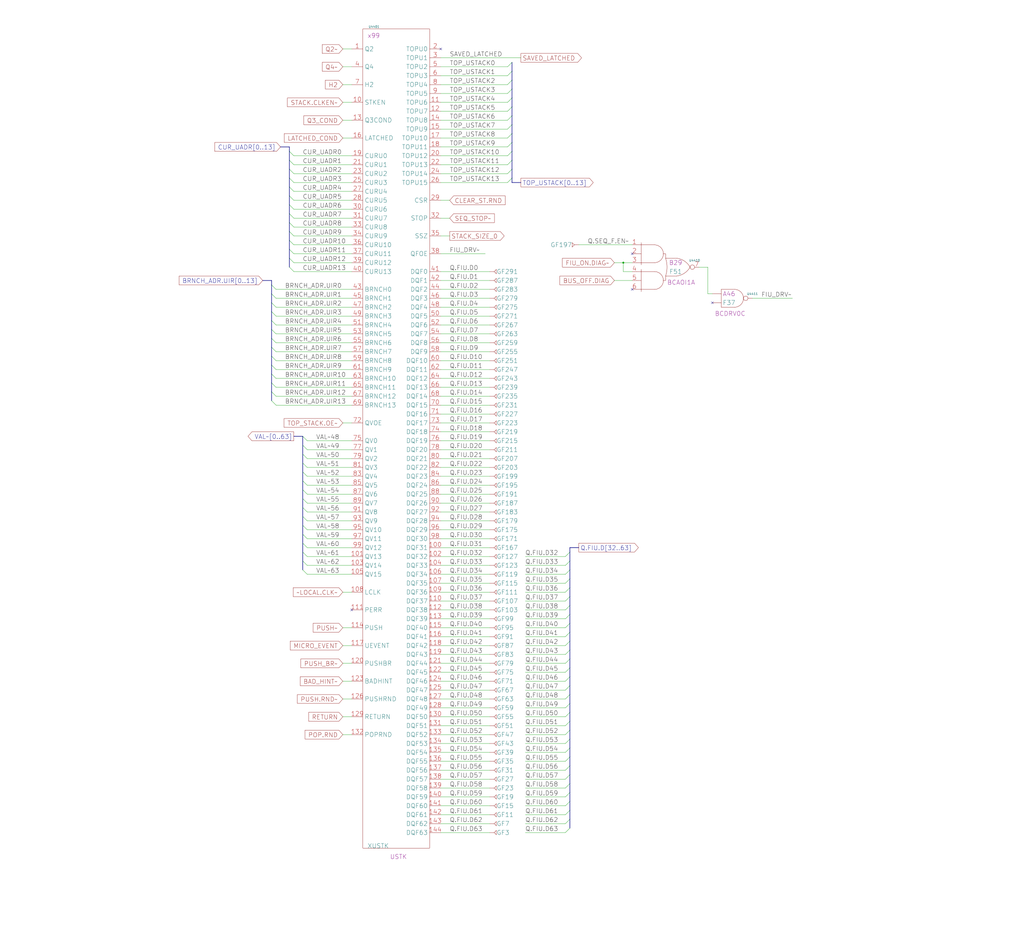
<source format=kicad_sch>
(kicad_sch (version 20230121) (generator eeschema)
  (paper "User" 584.2 533.4)
  (title_block (title "FIU BUS TRANCEIVER\\nDATA PORTION") (date "22-MAY-90") (rev "1.0") (comment 1 "SEQUENCER") (comment 2 "232-003064") (comment 3 "S400") (comment 4 "RELEASED"))
  (junction (at 355.6 149.86))
  (no_connect (at 360.68 165.1))
  (no_connect (at 406.4 172.72))
  (no_connect (at 200.66 347.98))
  (no_connect (at 360.68 144.78))
  (no_connect (at 251.46 27.94))
  (bus_entry (at 165.1 116.84) (size 2.54 2.54))
  (bus_entry (at 172.72 284.48) (size 2.54 2.54))
  (bus_entry (at 325.12 325.12) (size -2.54 2.54))
  (bus_entry (at 172.72 294.64) (size 2.54 2.54))
  (bus_entry (at 325.12 370.84) (size -2.54 2.54))
  (bus_entry (at 292.1 91.44) (size -2.54 2.54))
  (bus_entry (at 325.12 452.12) (size -2.54 2.54))
  (bus_entry (at 172.72 248.92) (size 2.54 2.54))
  (bus_entry (at 292.1 60.96) (size -2.54 2.54))
  (bus_entry (at 165.1 142.24) (size 2.54 2.54))
  (bus_entry (at 172.72 259.08) (size 2.54 2.54))
  (bus_entry (at 325.12 421.64) (size -2.54 2.54))
  (bus_entry (at 292.1 101.6) (size -2.54 2.54))
  (bus_entry (at 325.12 441.96) (size -2.54 2.54))
  (bus_entry (at 325.12 416.56) (size -2.54 2.54))
  (bus_entry (at 325.12 411.48) (size -2.54 2.54))
  (bus_entry (at 325.12 396.24) (size -2.54 2.54))
  (bus_entry (at 154.94 223.52) (size 2.54 2.54))
  (bus_entry (at 292.1 81.28) (size -2.54 2.54))
  (bus_entry (at 154.94 187.96) (size 2.54 2.54))
  (bus_entry (at 154.94 203.2) (size 2.54 2.54))
  (bus_entry (at 165.1 137.16) (size 2.54 2.54))
  (bus_entry (at 154.94 213.36) (size 2.54 2.54))
  (bus_entry (at 172.72 314.96) (size 2.54 2.54))
  (bus_entry (at 172.72 264.16) (size 2.54 2.54))
  (bus_entry (at 325.12 401.32) (size -2.54 2.54))
  (bus_entry (at 165.1 152.4) (size 2.54 2.54))
  (bus_entry (at 165.1 96.52) (size 2.54 2.54))
  (bus_entry (at 292.1 45.72) (size -2.54 2.54))
  (bus_entry (at 154.94 208.28) (size 2.54 2.54))
  (bus_entry (at 325.12 391.16) (size -2.54 2.54))
  (bus_entry (at 325.12 431.8) (size -2.54 2.54))
  (bus_entry (at 325.12 472.44) (size -2.54 2.54))
  (bus_entry (at 165.1 106.68) (size 2.54 2.54))
  (bus_entry (at 325.12 314.96) (size -2.54 2.54))
  (bus_entry (at 154.94 177.8) (size 2.54 2.54))
  (bus_entry (at 165.1 132.08) (size 2.54 2.54))
  (bus_entry (at 154.94 218.44) (size 2.54 2.54))
  (bus_entry (at 325.12 447.04) (size -2.54 2.54))
  (bus_entry (at 165.1 91.44) (size 2.54 2.54))
  (bus_entry (at 292.1 86.36) (size -2.54 2.54))
  (bus_entry (at 325.12 467.36) (size -2.54 2.54))
  (bus_entry (at 172.72 269.24) (size 2.54 2.54))
  (bus_entry (at 292.1 96.52) (size -2.54 2.54))
  (bus_entry (at 325.12 462.28) (size -2.54 2.54))
  (bus_entry (at 154.94 198.12) (size 2.54 2.54))
  (bus_entry (at 292.1 40.64) (size -2.54 2.54))
  (bus_entry (at 292.1 55.88) (size -2.54 2.54))
  (bus_entry (at 165.1 121.92) (size 2.54 2.54))
  (bus_entry (at 172.72 299.72) (size 2.54 2.54))
  (bus_entry (at 325.12 426.72) (size -2.54 2.54))
  (bus_entry (at 325.12 381) (size -2.54 2.54))
  (bus_entry (at 325.12 340.36) (size -2.54 2.54))
  (bus_entry (at 325.12 436.88) (size -2.54 2.54))
  (bus_entry (at 292.1 66.04) (size -2.54 2.54))
  (bus_entry (at 325.12 345.44) (size -2.54 2.54))
  (bus_entry (at 325.12 365.76) (size -2.54 2.54))
  (bus_entry (at 325.12 457.2) (size -2.54 2.54))
  (bus_entry (at 165.1 86.36) (size 2.54 2.54))
  (bus_entry (at 325.12 330.2) (size -2.54 2.54))
  (bus_entry (at 325.12 320.04) (size -2.54 2.54))
  (bus_entry (at 154.94 182.88) (size 2.54 2.54))
  (bus_entry (at 325.12 406.4) (size -2.54 2.54))
  (bus_entry (at 172.72 254) (size 2.54 2.54))
  (bus_entry (at 325.12 360.68) (size -2.54 2.54))
  (bus_entry (at 172.72 309.88) (size 2.54 2.54))
  (bus_entry (at 172.72 279.4) (size 2.54 2.54))
  (bus_entry (at 165.1 147.32) (size 2.54 2.54))
  (bus_entry (at 325.12 386.08) (size -2.54 2.54))
  (bus_entry (at 165.1 111.76) (size 2.54 2.54))
  (bus_entry (at 165.1 101.6) (size 2.54 2.54))
  (bus_entry (at 172.72 304.8) (size 2.54 2.54))
  (bus_entry (at 292.1 35.56) (size -2.54 2.54))
  (bus_entry (at 154.94 193.04) (size 2.54 2.54))
  (bus_entry (at 325.12 335.28) (size -2.54 2.54))
  (bus_entry (at 292.1 76.2) (size -2.54 2.54))
  (bus_entry (at 292.1 71.12) (size -2.54 2.54))
  (bus_entry (at 154.94 172.72) (size 2.54 2.54))
  (bus_entry (at 172.72 325.12) (size 2.54 2.54))
  (bus_entry (at 172.72 289.56) (size 2.54 2.54))
  (bus_entry (at 154.94 228.6) (size 2.54 2.54))
  (bus_entry (at 325.12 350.52) (size -2.54 2.54))
  (bus_entry (at 154.94 162.56) (size 2.54 2.54))
  (bus_entry (at 165.1 127) (size 2.54 2.54))
  (bus_entry (at 172.72 320.04) (size 2.54 2.54))
  (bus_entry (at 292.1 50.8) (size -2.54 2.54))
  (bus_entry (at 154.94 167.64) (size 2.54 2.54))
  (bus_entry (at 325.12 375.92) (size -2.54 2.54))
  (bus_entry (at 172.72 274.32) (size 2.54 2.54))
  (bus_entry (at 325.12 355.6) (size -2.54 2.54))
  (wire (pts (xy 157.48 175.26) (xy 200.66 175.26)))
  (bus (pts (xy 325.12 426.72) (xy 325.12 431.8)))
  (wire (pts (xy 279.4 256.54) (xy 251.46 256.54)))
  (bus (pts (xy 165.1 121.92) (xy 165.1 127)))
  (bus (pts (xy 325.12 462.28) (xy 325.12 467.36)))
  (bus (pts (xy 292.1 35.56) (xy 292.1 40.64)))
  (bus (pts (xy 292.1 45.72) (xy 292.1 50.8)))
  (bus (pts (xy 292.1 66.04) (xy 292.1 71.12)))
  (wire (pts (xy 279.4 342.9) (xy 251.46 342.9)))
  (bus (pts (xy 325.12 335.28) (xy 325.12 340.36)))
  (wire (pts (xy 195.58 58.42) (xy 200.66 58.42)))
  (wire (pts (xy 251.46 43.18) (xy 289.56 43.18)))
  (wire (pts (xy 200.66 271.78) (xy 175.26 271.78)))
  (bus (pts (xy 154.94 203.2) (xy 154.94 208.28)))
  (wire (pts (xy 299.72 398.78) (xy 322.58 398.78)))
  (wire (pts (xy 251.46 124.46) (xy 256.54 124.46)))
  (wire (pts (xy 299.72 322.58) (xy 322.58 322.58)))
  (wire (pts (xy 279.4 190.5) (xy 251.46 190.5)))
  (wire (pts (xy 299.72 393.7) (xy 322.58 393.7)))
  (bus (pts (xy 292.1 96.52) (xy 292.1 101.6)))
  (wire (pts (xy 279.4 281.94) (xy 251.46 281.94)))
  (bus (pts (xy 172.72 309.88) (xy 172.72 314.96)))
  (wire (pts (xy 195.58 337.82) (xy 200.66 337.82)))
  (bus (pts (xy 325.12 381) (xy 325.12 386.08)))
  (wire (pts (xy 167.64 149.86) (xy 200.66 149.86)))
  (wire (pts (xy 200.66 322.58) (xy 175.26 322.58)))
  (wire (pts (xy 279.4 373.38) (xy 251.46 373.38)))
  (wire (pts (xy 167.64 109.22) (xy 200.66 109.22)))
  (wire (pts (xy 157.48 210.82) (xy 200.66 210.82)))
  (wire (pts (xy 279.4 454.66) (xy 251.46 454.66)))
  (wire (pts (xy 251.46 73.66) (xy 289.56 73.66)))
  (bus (pts (xy 325.12 452.12) (xy 325.12 457.2)))
  (bus (pts (xy 154.94 193.04) (xy 154.94 198.12)))
  (wire (pts (xy 157.48 220.98) (xy 200.66 220.98)))
  (wire (pts (xy 167.64 139.7) (xy 200.66 139.7)))
  (wire (pts (xy 299.72 454.66) (xy 322.58 454.66)))
  (bus (pts (xy 292.1 55.88) (xy 292.1 60.96)))
  (bus (pts (xy 154.94 187.96) (xy 154.94 193.04)))
  (wire (pts (xy 279.4 449.58) (xy 251.46 449.58)))
  (wire (pts (xy 167.64 93.98) (xy 200.66 93.98)))
  (wire (pts (xy 279.4 154.94) (xy 251.46 154.94)))
  (wire (pts (xy 157.48 165.1) (xy 200.66 165.1)))
  (wire (pts (xy 299.72 342.9) (xy 322.58 342.9)))
  (bus (pts (xy 325.12 325.12) (xy 325.12 330.2)))
  (wire (pts (xy 279.4 271.78) (xy 251.46 271.78)))
  (bus (pts (xy 172.72 248.92) (xy 167.64 248.92)))
  (wire (pts (xy 279.4 459.74) (xy 251.46 459.74)))
  (wire (pts (xy 251.46 104.14) (xy 289.56 104.14)))
  (wire (pts (xy 299.72 449.58) (xy 322.58 449.58)))
  (wire (pts (xy 279.4 327.66) (xy 251.46 327.66)))
  (wire (pts (xy 279.4 231.14) (xy 251.46 231.14)))
  (wire (pts (xy 200.66 287.02) (xy 175.26 287.02)))
  (wire (pts (xy 157.48 180.34) (xy 200.66 180.34)))
  (bus (pts (xy 172.72 320.04) (xy 172.72 325.12)))
  (wire (pts (xy 195.58 68.58) (xy 200.66 68.58)))
  (wire (pts (xy 279.4 170.18) (xy 251.46 170.18)))
  (bus (pts (xy 149.86 160.02) (xy 154.94 160.02)))
  (wire (pts (xy 279.4 358.14) (xy 251.46 358.14)))
  (bus (pts (xy 325.12 391.16) (xy 325.12 396.24)))
  (bus (pts (xy 325.12 457.2) (xy 325.12 462.28)))
  (bus (pts (xy 172.72 274.32) (xy 172.72 279.4)))
  (wire (pts (xy 167.64 154.94) (xy 200.66 154.94)))
  (bus (pts (xy 325.12 350.52) (xy 325.12 355.6)))
  (wire (pts (xy 157.48 205.74) (xy 200.66 205.74)))
  (wire (pts (xy 350.52 149.86) (xy 355.6 149.86)))
  (wire (pts (xy 279.4 388.62) (xy 251.46 388.62)))
  (wire (pts (xy 279.4 312.42) (xy 251.46 312.42)))
  (wire (pts (xy 157.48 170.18) (xy 200.66 170.18)))
  (wire (pts (xy 157.48 226.06) (xy 200.66 226.06)))
  (wire (pts (xy 167.64 119.38) (xy 200.66 119.38)))
  (wire (pts (xy 279.4 403.86) (xy 251.46 403.86)))
  (wire (pts (xy 355.6 149.86) (xy 360.68 149.86)))
  (bus (pts (xy 292.1 50.8) (xy 292.1 55.88)))
  (wire (pts (xy 330.2 139.7) (xy 360.68 139.7)))
  (wire (pts (xy 279.4 261.62) (xy 251.46 261.62)))
  (wire (pts (xy 279.4 353.06) (xy 251.46 353.06)))
  (bus (pts (xy 172.72 299.72) (xy 172.72 304.8)))
  (wire (pts (xy 279.4 429.26) (xy 251.46 429.26)))
  (wire (pts (xy 299.72 383.54) (xy 322.58 383.54)))
  (bus (pts (xy 165.1 86.36) (xy 165.1 83.82)))
  (wire (pts (xy 200.66 292.1) (xy 175.26 292.1)))
  (wire (pts (xy 157.48 190.5) (xy 200.66 190.5)))
  (wire (pts (xy 279.4 302.26) (xy 251.46 302.26)))
  (wire (pts (xy 195.58 38.1) (xy 200.66 38.1)))
  (wire (pts (xy 251.46 63.5) (xy 289.56 63.5)))
  (wire (pts (xy 195.58 378.46) (xy 200.66 378.46)))
  (bus (pts (xy 325.12 320.04) (xy 325.12 325.12)))
  (wire (pts (xy 251.46 99.06) (xy 289.56 99.06)))
  (wire (pts (xy 299.72 388.62) (xy 322.58 388.62)))
  (wire (pts (xy 299.72 444.5) (xy 322.58 444.5)))
  (wire (pts (xy 167.64 134.62) (xy 200.66 134.62)))
  (bus (pts (xy 172.72 259.08) (xy 172.72 264.16)))
  (wire (pts (xy 167.64 144.78) (xy 200.66 144.78)))
  (bus (pts (xy 172.72 269.24) (xy 172.72 274.32)))
  (wire (pts (xy 195.58 398.78) (xy 200.66 398.78)))
  (bus (pts (xy 154.94 213.36) (xy 154.94 218.44)))
  (bus (pts (xy 154.94 182.88) (xy 154.94 177.8)))
  (wire (pts (xy 279.4 220.98) (xy 251.46 220.98)))
  (bus (pts (xy 292.1 86.36) (xy 292.1 91.44)))
  (wire (pts (xy 299.72 474.98) (xy 322.58 474.98)))
  (wire (pts (xy 403.86 152.4) (xy 398.78 152.4)))
  (bus (pts (xy 154.94 198.12) (xy 154.94 203.2)))
  (wire (pts (xy 299.72 414.02) (xy 322.58 414.02)))
  (wire (pts (xy 299.72 347.98) (xy 322.58 347.98)))
  (wire (pts (xy 279.4 175.26) (xy 251.46 175.26)))
  (wire (pts (xy 279.4 210.82) (xy 251.46 210.82)))
  (wire (pts (xy 279.4 200.66) (xy 251.46 200.66)))
  (wire (pts (xy 195.58 48.26) (xy 200.66 48.26)))
  (bus (pts (xy 172.72 294.64) (xy 172.72 299.72)))
  (wire (pts (xy 299.72 373.38) (xy 322.58 373.38)))
  (bus (pts (xy 292.1 76.2) (xy 292.1 81.28)))
  (wire (pts (xy 299.72 378.46) (xy 322.58 378.46)))
  (wire (pts (xy 279.4 439.42) (xy 251.46 439.42)))
  (bus (pts (xy 165.1 111.76) (xy 165.1 116.84)))
  (bus (pts (xy 165.1 101.6) (xy 165.1 106.68)))
  (wire (pts (xy 299.72 459.74) (xy 322.58 459.74)))
  (wire (pts (xy 279.4 276.86) (xy 251.46 276.86)))
  (wire (pts (xy 200.66 317.5) (xy 175.26 317.5)))
  (wire (pts (xy 279.4 363.22) (xy 251.46 363.22)))
  (wire (pts (xy 195.58 241.3) (xy 200.66 241.3)))
  (wire (pts (xy 279.4 347.98) (xy 251.46 347.98)))
  (bus (pts (xy 325.12 360.68) (xy 325.12 365.76)))
  (bus (pts (xy 325.12 431.8) (xy 325.12 436.88)))
  (bus (pts (xy 325.12 396.24) (xy 325.12 401.32)))
  (bus (pts (xy 172.72 304.8) (xy 172.72 309.88)))
  (wire (pts (xy 167.64 88.9) (xy 200.66 88.9)))
  (bus (pts (xy 165.1 106.68) (xy 165.1 111.76)))
  (wire (pts (xy 360.68 154.94) (xy 355.6 154.94)))
  (wire (pts (xy 279.4 180.34) (xy 251.46 180.34)))
  (bus (pts (xy 172.72 254) (xy 172.72 259.08)))
  (wire (pts (xy 279.4 195.58) (xy 251.46 195.58)))
  (wire (pts (xy 429.26 170.18) (xy 452.12 170.18)))
  (wire (pts (xy 299.72 469.9) (xy 322.58 469.9)))
  (bus (pts (xy 172.72 264.16) (xy 172.72 269.24)))
  (bus (pts (xy 325.12 467.36) (xy 325.12 472.44)))
  (wire (pts (xy 299.72 368.3) (xy 322.58 368.3)))
  (wire (pts (xy 200.66 307.34) (xy 175.26 307.34)))
  (bus (pts (xy 172.72 279.4) (xy 172.72 284.48)))
  (wire (pts (xy 167.64 114.3) (xy 200.66 114.3)))
  (bus (pts (xy 292.1 91.44) (xy 292.1 96.52)))
  (wire (pts (xy 279.4 226.06) (xy 251.46 226.06)))
  (wire (pts (xy 279.4 368.3) (xy 251.46 368.3)))
  (bus (pts (xy 172.72 289.56) (xy 172.72 294.64)))
  (bus (pts (xy 165.1 127) (xy 165.1 132.08)))
  (wire (pts (xy 279.4 307.34) (xy 251.46 307.34)))
  (wire (pts (xy 299.72 358.14) (xy 322.58 358.14)))
  (bus (pts (xy 154.94 223.52) (xy 154.94 228.6)))
  (bus (pts (xy 154.94 208.28) (xy 154.94 213.36)))
  (bus (pts (xy 165.1 96.52) (xy 165.1 101.6)))
  (wire (pts (xy 350.52 160.02) (xy 360.68 160.02)))
  (wire (pts (xy 279.4 322.58) (xy 251.46 322.58)))
  (wire (pts (xy 200.66 297.18) (xy 175.26 297.18)))
  (bus (pts (xy 154.94 167.64) (xy 154.94 172.72)))
  (wire (pts (xy 200.66 276.86) (xy 175.26 276.86)))
  (bus (pts (xy 325.12 441.96) (xy 325.12 447.04)))
  (wire (pts (xy 167.64 104.14) (xy 200.66 104.14)))
  (wire (pts (xy 200.66 256.54) (xy 175.26 256.54)))
  (wire (pts (xy 251.46 144.78) (xy 276.86 144.78)))
  (bus (pts (xy 325.12 386.08) (xy 325.12 391.16)))
  (wire (pts (xy 200.66 327.66) (xy 175.26 327.66)))
  (bus (pts (xy 165.1 116.84) (xy 165.1 121.92)))
  (wire (pts (xy 157.48 200.66) (xy 200.66 200.66)))
  (bus (pts (xy 154.94 218.44) (xy 154.94 223.52)))
  (bus (pts (xy 330.2 312.42) (xy 325.12 312.42)))
  (wire (pts (xy 251.46 93.98) (xy 289.56 93.98)))
  (wire (pts (xy 355.6 149.86) (xy 355.6 154.94)))
  (wire (pts (xy 279.4 292.1) (xy 251.46 292.1)))
  (wire (pts (xy 200.66 251.46) (xy 175.26 251.46)))
  (wire (pts (xy 200.66 302.26) (xy 175.26 302.26)))
  (bus (pts (xy 292.1 101.6) (xy 292.1 104.14)))
  (wire (pts (xy 279.4 393.7) (xy 251.46 393.7)))
  (wire (pts (xy 251.46 68.58) (xy 289.56 68.58)))
  (wire (pts (xy 279.4 444.5) (xy 251.46 444.5)))
  (wire (pts (xy 279.4 332.74) (xy 251.46 332.74)))
  (bus (pts (xy 292.1 104.14) (xy 297.18 104.14)))
  (wire (pts (xy 200.66 261.62) (xy 175.26 261.62)))
  (wire (pts (xy 251.46 58.42) (xy 289.56 58.42)))
  (bus (pts (xy 160.02 83.82) (xy 165.1 83.82)))
  (wire (pts (xy 195.58 388.62) (xy 200.66 388.62)))
  (wire (pts (xy 279.4 160.02) (xy 251.46 160.02)))
  (wire (pts (xy 279.4 317.5) (xy 251.46 317.5)))
  (wire (pts (xy 299.72 363.22) (xy 322.58 363.22)))
  (wire (pts (xy 279.4 434.34) (xy 251.46 434.34)))
  (wire (pts (xy 195.58 27.94) (xy 200.66 27.94)))
  (wire (pts (xy 157.48 231.14) (xy 200.66 231.14)))
  (wire (pts (xy 251.46 38.1) (xy 289.56 38.1)))
  (wire (pts (xy 403.86 167.64) (xy 406.4 167.64)))
  (wire (pts (xy 251.46 78.74) (xy 289.56 78.74)))
  (bus (pts (xy 165.1 142.24) (xy 165.1 147.32)))
  (wire (pts (xy 195.58 358.14) (xy 200.66 358.14)))
  (wire (pts (xy 299.72 327.66) (xy 322.58 327.66)))
  (wire (pts (xy 279.4 424.18) (xy 251.46 424.18)))
  (wire (pts (xy 200.66 266.7) (xy 175.26 266.7)))
  (bus (pts (xy 165.1 91.44) (xy 165.1 96.52)))
  (wire (pts (xy 200.66 312.42) (xy 175.26 312.42)))
  (wire (pts (xy 251.46 53.34) (xy 289.56 53.34)))
  (bus (pts (xy 165.1 137.16) (xy 165.1 142.24)))
  (wire (pts (xy 279.4 414.02) (xy 251.46 414.02)))
  (bus (pts (xy 325.12 436.88) (xy 325.12 441.96)))
  (wire (pts (xy 299.72 464.82) (xy 322.58 464.82)))
  (bus (pts (xy 325.12 312.42) (xy 325.12 314.96)))
  (wire (pts (xy 251.46 88.9) (xy 289.56 88.9)))
  (wire (pts (xy 157.48 195.58) (xy 200.66 195.58)))
  (wire (pts (xy 251.46 33.02) (xy 297.18 33.02)))
  (bus (pts (xy 154.94 160.02) (xy 154.94 162.56)))
  (wire (pts (xy 403.86 167.64) (xy 403.86 152.4)))
  (wire (pts (xy 279.4 337.82) (xy 251.46 337.82)))
  (bus (pts (xy 165.1 152.4) (xy 165.1 147.32)))
  (bus (pts (xy 325.12 401.32) (xy 325.12 406.4)))
  (wire (pts (xy 279.4 266.7) (xy 251.46 266.7)))
  (wire (pts (xy 299.72 337.82) (xy 322.58 337.82)))
  (wire (pts (xy 299.72 403.86) (xy 322.58 403.86)))
  (bus (pts (xy 172.72 284.48) (xy 172.72 289.56)))
  (wire (pts (xy 251.46 134.62) (xy 256.54 134.62)))
  (wire (pts (xy 279.4 464.82) (xy 251.46 464.82)))
  (bus (pts (xy 154.94 172.72) (xy 154.94 177.8)))
  (wire (pts (xy 279.4 297.18) (xy 251.46 297.18)))
  (bus (pts (xy 325.12 370.84) (xy 325.12 375.92)))
  (wire (pts (xy 157.48 215.9) (xy 200.66 215.9)))
  (wire (pts (xy 195.58 408.94) (xy 200.66 408.94)))
  (bus (pts (xy 325.12 355.6) (xy 325.12 360.68)))
  (wire (pts (xy 279.4 251.46) (xy 251.46 251.46)))
  (wire (pts (xy 299.72 434.34) (xy 322.58 434.34)))
  (wire (pts (xy 167.64 124.46) (xy 200.66 124.46)))
  (wire (pts (xy 279.4 378.46) (xy 251.46 378.46)))
  (wire (pts (xy 299.72 429.26) (xy 322.58 429.26)))
  (wire (pts (xy 251.46 114.3) (xy 256.54 114.3)))
  (wire (pts (xy 279.4 236.22) (xy 251.46 236.22)))
  (wire (pts (xy 279.4 185.42) (xy 251.46 185.42)))
  (wire (pts (xy 251.46 48.26) (xy 289.56 48.26)))
  (wire (pts (xy 279.4 474.98) (xy 251.46 474.98)))
  (wire (pts (xy 279.4 246.38) (xy 251.46 246.38)))
  (wire (pts (xy 157.48 185.42) (xy 200.66 185.42)))
  (wire (pts (xy 279.4 419.1) (xy 251.46 419.1)))
  (bus (pts (xy 292.1 71.12) (xy 292.1 76.2)))
  (wire (pts (xy 200.66 281.94) (xy 175.26 281.94)))
  (wire (pts (xy 167.64 129.54) (xy 200.66 129.54)))
  (wire (pts (xy 195.58 368.3) (xy 200.66 368.3)))
  (wire (pts (xy 279.4 408.94) (xy 251.46 408.94)))
  (bus (pts (xy 325.12 406.4) (xy 325.12 411.48)))
  (wire (pts (xy 279.4 287.02) (xy 251.46 287.02)))
  (wire (pts (xy 299.72 408.94) (xy 322.58 408.94)))
  (bus (pts (xy 292.1 60.96) (xy 292.1 66.04)))
  (wire (pts (xy 299.72 439.42) (xy 322.58 439.42)))
  (wire (pts (xy 279.4 165.1) (xy 251.46 165.1)))
  (bus (pts (xy 292.1 81.28) (xy 292.1 86.36)))
  (bus (pts (xy 325.12 375.92) (xy 325.12 381)))
  (wire (pts (xy 195.58 78.74) (xy 200.66 78.74)))
  (wire (pts (xy 299.72 424.18) (xy 322.58 424.18)))
  (wire (pts (xy 167.64 99.06) (xy 200.66 99.06)))
  (bus (pts (xy 292.1 40.64) (xy 292.1 45.72)))
  (bus (pts (xy 325.12 330.2) (xy 325.12 335.28)))
  (bus (pts (xy 165.1 86.36) (xy 165.1 91.44)))
  (wire (pts (xy 279.4 469.9) (xy 251.46 469.9)))
  (bus (pts (xy 325.12 365.76) (xy 325.12 370.84)))
  (wire (pts (xy 195.58 419.1) (xy 200.66 419.1)))
  (wire (pts (xy 299.72 332.74) (xy 322.58 332.74)))
  (wire (pts (xy 299.72 317.5) (xy 322.58 317.5)))
  (wire (pts (xy 279.4 205.74) (xy 251.46 205.74)))
  (bus (pts (xy 325.12 421.64) (xy 325.12 426.72)))
  (wire (pts (xy 299.72 419.1) (xy 322.58 419.1)))
  (wire (pts (xy 279.4 383.54) (xy 251.46 383.54)))
  (wire (pts (xy 279.4 398.78) (xy 251.46 398.78)))
  (wire (pts (xy 279.4 215.9) (xy 251.46 215.9)))
  (wire (pts (xy 279.4 241.3) (xy 251.46 241.3)))
  (bus (pts (xy 325.12 411.48) (xy 325.12 416.56)))
  (bus (pts (xy 325.12 340.36) (xy 325.12 345.44)))
  (bus (pts (xy 325.12 416.56) (xy 325.12 421.64)))
  (bus (pts (xy 325.12 345.44) (xy 325.12 350.52)))
  (wire (pts (xy 299.72 353.06) (xy 322.58 353.06)))
  (bus (pts (xy 325.12 314.96) (xy 325.12 320.04)))
  (wire (pts (xy 251.46 83.82) (xy 289.56 83.82)))
  (bus (pts (xy 154.94 182.88) (xy 154.94 187.96)))
  (bus (pts (xy 154.94 162.56) (xy 154.94 167.64)))
  (bus (pts (xy 165.1 132.08) (xy 165.1 137.16)))
  (bus (pts (xy 325.12 447.04) (xy 325.12 452.12)))
  (bus (pts (xy 172.72 314.96) (xy 172.72 320.04)))
  (bus (pts (xy 172.72 248.92) (xy 172.72 254)))
  (label "Q.FIU.D49" (at 299.72 403.86 0) (effects (font (size 2.54 2.54))))
  (label "BRNCH_ADR.UIR9" (at 162.56 210.82 0) (effects (font (size 2.54 2.54))))
  (label "CUR_UADR12" (at 172.72 149.86 0) (effects (font (size 2.54 2.54))))
  (label "Q.FIU.D60" (at 299.72 459.74 0) (effects (font (size 2.54 2.54))))
  (label "VAL~51" (at 180.34 266.7 0) (effects (font (size 2.54 2.54))))
  (label "Q.FIU.D12" (at 256.54 215.9 0) (effects (font (size 2.54 2.54))))
  (label "VAL~54" (at 180.34 281.94 0) (effects (font (size 2.54 2.54))))
  (label "Q.FIU.D21" (at 256.54 261.62 0) (effects (font (size 2.54 2.54))))
  (label "TOP_USTACK9" (at 256.54 83.82 0) (effects (font (size 2.54 2.54))))
  (label "Q.FIU.D19" (at 256.54 251.46 0) (effects (font (size 2.54 2.54))))
  (label "Q.FIU.D8" (at 256.54 195.58 0) (effects (font (size 2.54 2.54))))
  (label "Q.FIU.D30" (at 256.54 307.34 0) (effects (font (size 2.54 2.54))))
  (label "FIU_DRV~" (at 434.34 170.18 0) (effects (font (size 2.54 2.54))))
  (label "TOP_USTACK5" (at 256.54 63.5 0) (effects (font (size 2.54 2.54))))
  (label "BRNCH_ADR.UIR13" (at 162.56 231.14 0) (effects (font (size 2.54 2.54))))
  (label "Q.FIU.D57" (at 256.54 444.5 0) (effects (font (size 2.54 2.54))))
  (label "Q.FIU.D48" (at 299.72 398.78 0) (effects (font (size 2.54 2.54))))
  (label "SAVED_LATCHED" (at 256.54 33.02 0) (effects (font (size 2.54 2.54))))
  (label "BRNCH_ADR.UIR6" (at 162.56 195.58 0) (effects (font (size 2.54 2.54))))
  (label "Q.FIU.D14" (at 256.54 226.06 0) (effects (font (size 2.54 2.54))))
  (label "Q.FIU.D47" (at 299.72 393.7 0) (effects (font (size 2.54 2.54))))
  (label "BRNCH_ADR.UIR12" (at 162.56 226.06 0) (effects (font (size 2.54 2.54))))
  (label "Q.FIU.D43" (at 299.72 373.38 0) (effects (font (size 2.54 2.54))))
  (label "TOP_USTACK12" (at 256.54 99.06 0) (effects (font (size 2.54 2.54))))
  (label "Q.FIU.D53" (at 299.72 424.18 0) (effects (font (size 2.54 2.54))))
  (label "Q.FIU.D59" (at 256.54 454.66 0) (effects (font (size 2.54 2.54))))
  (label "TOP_USTACK13" (at 256.54 104.14 0) (effects (font (size 2.54 2.54))))
  (label "Q.FIU.D53" (at 256.54 424.18 0) (effects (font (size 2.54 2.54))))
  (label "Q.FIU.D7" (at 256.54 190.5 0) (effects (font (size 2.54 2.54))))
  (label "Q.FIU.D44" (at 299.72 378.46 0) (effects (font (size 2.54 2.54))))
  (label "Q.FIU.D46" (at 256.54 388.62 0) (effects (font (size 2.54 2.54))))
  (label "Q.FIU.D24" (at 256.54 276.86 0) (effects (font (size 2.54 2.54))))
  (label "TOP_USTACK7" (at 256.54 73.66 0) (effects (font (size 2.54 2.54))))
  (label "CUR_UADR13" (at 172.72 154.94 0) (effects (font (size 2.54 2.54))))
  (label "Q.FIU.D50" (at 256.54 408.94 0) (effects (font (size 2.54 2.54))))
  (label "BRNCH_ADR.UIR8" (at 162.56 205.74 0) (effects (font (size 2.54 2.54))))
  (label "Q.FIU.D31" (at 256.54 312.42 0) (effects (font (size 2.54 2.54))))
  (label "Q.FIU.D5" (at 256.54 180.34 0) (effects (font (size 2.54 2.54))))
  (label "Q.FIU.D58" (at 256.54 449.58 0) (effects (font (size 2.54 2.54))))
  (label "Q.FIU.D55" (at 256.54 434.34 0) (effects (font (size 2.54 2.54))))
  (label "Q.FIU.D56" (at 256.54 439.42 0) (effects (font (size 2.54 2.54))))
  (label "TOP_USTACK3" (at 256.54 53.34 0) (effects (font (size 2.54 2.54))))
  (label "VAL~62" (at 180.34 322.58 0) (effects (font (size 2.54 2.54))))
  (label "Q.FIU.D55" (at 299.72 434.34 0) (effects (font (size 2.54 2.54))))
  (label "Q.FIU.D33" (at 299.72 322.58 0) (effects (font (size 2.54 2.54))))
  (label "Q.FIU.D22" (at 256.54 266.7 0) (effects (font (size 2.54 2.54))))
  (label "VAL~55" (at 180.34 287.02 0) (effects (font (size 2.54 2.54))))
  (label "Q.FIU.D54" (at 299.72 429.26 0) (effects (font (size 2.54 2.54))))
  (label "CUR_UADR4" (at 172.72 109.22 0) (effects (font (size 2.54 2.54))))
  (label "VAL~56" (at 180.34 292.1 0) (effects (font (size 2.54 2.54))))
  (label "CUR_UADR3" (at 172.72 104.14 0) (effects (font (size 2.54 2.54))))
  (label "Q.FIU.D61" (at 256.54 464.82 0) (effects (font (size 2.54 2.54))))
  (label "VAL~61" (at 180.34 317.5 0) (effects (font (size 2.54 2.54))))
  (label "Q.FIU.D10" (at 256.54 205.74 0) (effects (font (size 2.54 2.54))))
  (label "Q.FIU.D60" (at 256.54 459.74 0) (effects (font (size 2.54 2.54))))
  (label "CUR_UADR10" (at 172.72 139.7 0) (effects (font (size 2.54 2.54))))
  (label "Q.FIU.D45" (at 256.54 383.54 0) (effects (font (size 2.54 2.54))))
  (label "Q.SEQ_F.EN~" (at 335.28 139.7 0) (effects (font (size 2.54 2.54))))
  (label "Q.FIU.D34" (at 256.54 327.66 0) (effects (font (size 2.54 2.54))))
  (label "Q.FIU.D50" (at 299.72 408.94 0) (effects (font (size 2.54 2.54))))
  (label "Q.FIU.D47" (at 256.54 393.7 0) (effects (font (size 2.54 2.54))))
  (label "TOP_USTACK8" (at 256.54 78.74 0) (effects (font (size 2.54 2.54))))
  (label "Q.FIU.D61" (at 299.72 464.82 0) (effects (font (size 2.54 2.54))))
  (label "Q.FIU.D1" (at 256.54 160.02 0) (effects (font (size 2.54 2.54))))
  (label "Q.FIU.D11" (at 256.54 210.82 0) (effects (font (size 2.54 2.54))))
  (label "TOP_USTACK1" (at 256.54 43.18 0) (effects (font (size 2.54 2.54))))
  (label "BRNCH_ADR.UIR0" (at 162.56 165.1 0) (effects (font (size 2.54 2.54))))
  (label "Q.FIU.D32" (at 256.54 317.5 0) (effects (font (size 2.54 2.54))))
  (label "VAL~49" (at 180.34 256.54 0) (effects (font (size 2.54 2.54))))
  (label "VAL~60" (at 180.34 312.42 0) (effects (font (size 2.54 2.54))))
  (label "Q.FIU.D6" (at 256.54 185.42 0) (effects (font (size 2.54 2.54))))
  (label "Q.FIU.D54" (at 256.54 429.26 0) (effects (font (size 2.54 2.54))))
  (label "Q.FIU.D52" (at 256.54 419.1 0) (effects (font (size 2.54 2.54))))
  (label "Q.FIU.D52" (at 299.72 419.1 0) (effects (font (size 2.54 2.54))))
  (label "Q.FIU.D35" (at 299.72 332.74 0) (effects (font (size 2.54 2.54))))
  (label "Q.FIU.D32" (at 299.72 317.5 0) (effects (font (size 2.54 2.54))))
  (label "Q.FIU.D33" (at 256.54 322.58 0) (effects (font (size 2.54 2.54))))
  (label "BRNCH_ADR.UIR7" (at 162.56 200.66 0) (effects (font (size 2.54 2.54))))
  (label "Q.FIU.D57" (at 299.72 444.5 0) (effects (font (size 2.54 2.54))))
  (label "Q.FIU.D42" (at 256.54 368.3 0) (effects (font (size 2.54 2.54))))
  (label "VAL~48" (at 180.34 251.46 0) (effects (font (size 2.54 2.54))))
  (label "Q.FIU.D39" (at 299.72 353.06 0) (effects (font (size 2.54 2.54))))
  (label "Q.FIU.D4" (at 256.54 175.26 0) (effects (font (size 2.54 2.54))))
  (label "Q.FIU.D41" (at 256.54 363.22 0) (effects (font (size 2.54 2.54))))
  (label "Q.FIU.D36" (at 299.72 337.82 0) (effects (font (size 2.54 2.54))))
  (label "TOP_USTACK6" (at 256.54 68.58 0) (effects (font (size 2.54 2.54))))
  (label "TOP_USTACK10" (at 256.54 88.9 0) (effects (font (size 2.54 2.54))))
  (label "Q.FIU.D45" (at 299.72 383.54 0) (effects (font (size 2.54 2.54))))
  (label "TOP_USTACK2" (at 256.54 48.26 0) (effects (font (size 2.54 2.54))))
  (label "Q.FIU.D36" (at 256.54 337.82 0) (effects (font (size 2.54 2.54))))
  (label "Q.FIU.D20" (at 256.54 256.54 0) (effects (font (size 2.54 2.54))))
  (label "Q.FIU.D56" (at 299.72 439.42 0) (effects (font (size 2.54 2.54))))
  (label "Q.FIU.D49" (at 256.54 403.86 0) (effects (font (size 2.54 2.54))))
  (label "Q.FIU.D51" (at 256.54 414.02 0) (effects (font (size 2.54 2.54))))
  (label "VAL~52" (at 180.34 271.78 0) (effects (font (size 2.54 2.54))))
  (label "BRNCH_ADR.UIR1" (at 162.56 170.18 0) (effects (font (size 2.54 2.54))))
  (label "CUR_UADR1" (at 172.72 93.98 0) (effects (font (size 2.54 2.54))))
  (label "Q.FIU.D23" (at 256.54 271.78 0) (effects (font (size 2.54 2.54))))
  (label "Q.FIU.D46" (at 299.72 388.62 0) (effects (font (size 2.54 2.54))))
  (label "VAL~63" (at 180.34 327.66 0) (effects (font (size 2.54 2.54))))
  (label "Q.FIU.D25" (at 256.54 281.94 0) (effects (font (size 2.54 2.54))))
  (label "VAL~50" (at 180.34 261.62 0) (effects (font (size 2.54 2.54))))
  (label "Q.FIU.D27" (at 256.54 292.1 0) (effects (font (size 2.54 2.54))))
  (label "Q.FIU.D43" (at 256.54 373.38 0) (effects (font (size 2.54 2.54))))
  (label "Q.FIU.D58" (at 299.72 449.58 0) (effects (font (size 2.54 2.54))))
  (label "Q.FIU.D48" (at 256.54 398.78 0) (effects (font (size 2.54 2.54))))
  (label "Q.FIU.D28" (at 256.54 297.18 0) (effects (font (size 2.54 2.54))))
  (label "Q.FIU.D38" (at 299.72 347.98 0) (effects (font (size 2.54 2.54))))
  (label "BRNCH_ADR.UIR2" (at 162.56 175.26 0) (effects (font (size 2.54 2.54))))
  (label "Q.FIU.D15" (at 256.54 231.14 0) (effects (font (size 2.54 2.54))))
  (label "Q.FIU.D17" (at 256.54 241.3 0) (effects (font (size 2.54 2.54))))
  (label "BRNCH_ADR.UIR5" (at 162.56 190.5 0) (effects (font (size 2.54 2.54))))
  (label "CUR_UADR9" (at 172.72 134.62 0) (effects (font (size 2.54 2.54))))
  (label "Q.FIU.D63" (at 256.54 474.98 0) (effects (font (size 2.54 2.54))))
  (label "BRNCH_ADR.UIR11" (at 162.56 220.98 0) (effects (font (size 2.54 2.54))))
  (label "Q.FIU.D40" (at 299.72 358.14 0) (effects (font (size 2.54 2.54))))
  (label "CUR_UADR11" (at 172.72 144.78 0) (effects (font (size 2.54 2.54))))
  (label "VAL~57" (at 180.34 297.18 0) (effects (font (size 2.54 2.54))))
  (label "TOP_USTACK0" (at 256.54 38.1 0) (effects (font (size 2.54 2.54))))
  (label "CUR_UADR5" (at 172.72 114.3 0) (effects (font (size 2.54 2.54))))
  (label "Q.FIU.D62" (at 299.72 469.9 0) (effects (font (size 2.54 2.54))))
  (label "Q.FIU.D3" (at 256.54 170.18 0) (effects (font (size 2.54 2.54))))
  (label "Q.FIU.D37" (at 299.72 342.9 0) (effects (font (size 2.54 2.54))))
  (label "CUR_UADR2" (at 172.72 99.06 0) (effects (font (size 2.54 2.54))))
  (label "Q.FIU.D40" (at 256.54 358.14 0) (effects (font (size 2.54 2.54))))
  (label "Q.FIU.D0" (at 256.54 154.94 0) (effects (font (size 2.54 2.54))))
  (label "Q.FIU.D41" (at 299.72 363.22 0) (effects (font (size 2.54 2.54))))
  (label "Q.FIU.D63" (at 299.72 474.98 0) (effects (font (size 2.54 2.54))))
  (label "Q.FIU.D62" (at 256.54 469.9 0) (effects (font (size 2.54 2.54))))
  (label "Q.FIU.D9" (at 256.54 200.66 0) (effects (font (size 2.54 2.54))))
  (label "Q.FIU.D39" (at 256.54 353.06 0) (effects (font (size 2.54 2.54))))
  (label "Q.FIU.D38" (at 256.54 347.98 0) (effects (font (size 2.54 2.54))))
  (label "VAL~53" (at 180.34 276.86 0) (effects (font (size 2.54 2.54))))
  (label "CUR_UADR0" (at 172.72 88.9 0) (effects (font (size 2.54 2.54))))
  (label "CUR_UADR7" (at 172.72 124.46 0) (effects (font (size 2.54 2.54))))
  (label "Q.FIU.D34" (at 299.72 327.66 0) (effects (font (size 2.54 2.54))))
  (label "CUR_UADR8" (at 172.72 129.54 0) (effects (font (size 2.54 2.54))))
  (label "VAL~59" (at 180.34 307.34 0) (effects (font (size 2.54 2.54))))
  (label "CUR_UADR6" (at 172.72 119.38 0) (effects (font (size 2.54 2.54))))
  (label "BRNCH_ADR.UIR10" (at 162.56 215.9 0) (effects (font (size 2.54 2.54))))
  (label "Q.FIU.D2" (at 256.54 165.1 0) (effects (font (size 2.54 2.54))))
  (label "TOP_USTACK11" (at 256.54 93.98 0) (effects (font (size 2.54 2.54))))
  (label "Q.FIU.D16" (at 256.54 236.22 0) (effects (font (size 2.54 2.54))))
  (label "Q.FIU.D26" (at 256.54 287.02 0) (effects (font (size 2.54 2.54))))
  (label "Q.FIU.D59" (at 299.72 454.66 0) (effects (font (size 2.54 2.54))))
  (label "TOP_USTACK4" (at 256.54 58.42 0) (effects (font (size 2.54 2.54))))
  (label "Q.FIU.D29" (at 256.54 302.26 0) (effects (font (size 2.54 2.54))))
  (label "Q.FIU.D42" (at 299.72 368.3 0) (effects (font (size 2.54 2.54))))
  (label "Q.FIU.D44" (at 256.54 378.46 0) (effects (font (size 2.54 2.54))))
  (label "VAL~58" (at 180.34 302.26 0) (effects (font (size 2.54 2.54))))
  (label "FIU_DRV~" (at 256.54 144.78 0) (effects (font (size 2.54 2.54))))
  (label "Q.FIU.D18" (at 256.54 246.38 0) (effects (font (size 2.54 2.54))))
  (label "BRNCH_ADR.UIR3" (at 162.56 180.34 0) (effects (font (size 2.54 2.54))))
  (label "Q.FIU.D37" (at 256.54 342.9 0) (effects (font (size 2.54 2.54))))
  (label "Q.FIU.D35" (at 256.54 332.74 0) (effects (font (size 2.54 2.54))))
  (label "BRNCH_ADR.UIR4" (at 162.56 185.42 0) (effects (font (size 2.54 2.54))))
  (label "Q.FIU.D51" (at 299.72 414.02 0) (effects (font (size 2.54 2.54))))
  (label "Q.FIU.D13" (at 256.54 220.98 0) (effects (font (size 2.54 2.54))))
  (global_label "CLEAR_ST.RND" (shape input) (at 256.54 114.3 0) (effects (font (size 2.54 2.54))) (property "Intersheetrefs" "${INTERSHEET_REFS}" (at 288.2174 114.1413 0) (effects (font (size 1.905 1.905)) (justify left))))
  (global_label "TOP_STACK.OE~" (shape input) (at 195.58 241.3 180) (effects (font (size 2.54 2.54))) (property "Intersheetrefs" "${INTERSHEET_REFS}" (at 162.0883 241.1413 0) (effects (font (size 1.905 1.905)) (justify right))))
  (global_label "SEQ_STOP~" (shape input) (at 256.54 124.46 0) (effects (font (size 2.54 2.54))) (property "Intersheetrefs" "${INTERSHEET_REFS}" (at 282.0489 124.3013 0) (effects (font (size 1.905 1.905)) (justify left))))
  (global_label "BUS_OFF.DIAG" (shape input) (at 350.52 160.02 180) (effects (font (size 2.54 2.54))) (property "Intersheetrefs" "${INTERSHEET_REFS}" (at 319.4473 159.8613 0) (effects (font (size 1.905 1.905)) (justify right))))
  (global_label "~LOCAL.CLK~" (shape input) (at 195.58 337.82 180) (effects (font (size 2.54 2.54))) (property "Intersheetrefs" "${INTERSHEET_REFS}" (at 167.2892 337.6613 0) (effects (font (size 1.905 1.905)) (justify right))))
  (global_label "RETURN" (shape input) (at 195.58 408.94 180) (effects (font (size 2.54 2.54))) (property "Intersheetrefs" "${INTERSHEET_REFS}" (at 176.1188 408.7813 0) (effects (font (size 1.905 1.905)) (justify right))))
  (global_label "BAD_HINT~" (shape input) (at 195.58 388.62 180) (effects (font (size 2.54 2.54))) (property "Intersheetrefs" "${INTERSHEET_REFS}" (at 171.2807 388.4613 0) (effects (font (size 1.905 1.905)) (justify right))))
  (global_label "Q2~" (shape input) (at 195.58 27.94 180) (effects (font (size 2.54 2.54))) (property "Intersheetrefs" "${INTERSHEET_REFS}" (at 183.8597 27.7813 0) (effects (font (size 1.905 1.905)) (justify right))))
  (global_label "STACK_SIZE_0" (shape output) (at 256.54 134.62 0) (effects (font (size 2.54 2.54))) (property "Intersheetrefs" "${INTERSHEET_REFS}" (at 287.6127 134.4613 0) (effects (font (size 1.905 1.905)) (justify left))))
  (global_label "TOP_USTACK[0..13]" (shape output) (at 297.18 104.14 0) (effects (font (size 2.54 2.54))) (property "Intersheetrefs" "${INTERSHEET_REFS}" (at 338.4127 103.9813 0) (effects (font (size 1.905 1.905)) (justify left))))
  (global_label "LATCHED_COND" (shape input) (at 195.58 78.74 180) (effects (font (size 2.54 2.54))) (property "Intersheetrefs" "${INTERSHEET_REFS}" (at 162.2092 78.5813 0) (effects (font (size 1.905 1.905)) (justify right))))
  (global_label "Q.FIU.D[32..63]" (shape output) (at 330.2 312.42 0) (effects (font (size 2.54 2.54))) (property "Intersheetrefs" "${INTERSHEET_REFS}" (at 365.3502 312.42 0) (effects (justify left))))
  (global_label "CUR_UADR[0..13]" (shape input) (at 160.02 83.82 180) (effects (font (size 2.54 2.54))) (property "Intersheetrefs" "${INTERSHEET_REFS}" (at 122.5369 83.6613 0) (effects (font (size 1.905 1.905)) (justify right))))
  (global_label "POP.RND" (shape input) (at 195.58 419.1 180) (effects (font (size 2.54 2.54))) (property "Intersheetrefs" "${INTERSHEET_REFS}" (at 174.0626 418.9413 0) (effects (font (size 1.905 1.905)) (justify right))))
  (global_label "Q3_COND" (shape input) (at 195.58 68.58 180) (effects (font (size 2.54 2.54))) (property "Intersheetrefs" "${INTERSHEET_REFS}" (at 173.3369 68.4213 0) (effects (font (size 1.905 1.905)) (justify right))))
  (global_label "SAVED_LATCHED" (shape output) (at 297.18 33.02 0) (effects (font (size 2.54 2.54))) (property "Intersheetrefs" "${INTERSHEET_REFS}" (at 332.9351 33.02 0) (effects (font (size 1.905 1.905)) (justify left))))
  (global_label "H2" (shape input) (at 195.58 48.26 180) (effects (font (size 2.54 2.54))) (property "Intersheetrefs" "${INTERSHEET_REFS}" (at 185.674 48.1013 0) (effects (font (size 1.905 1.905)) (justify right))))
  (global_label "PUSH.RND~" (shape input) (at 195.58 398.78 180) (effects (font (size 2.54 2.54))) (property "Intersheetrefs" "${INTERSHEET_REFS}" (at 169.7083 398.6213 0) (effects (font (size 1.905 1.905)) (justify right))))
  (global_label "STACK.CLKEN~" (shape input) (at 195.58 58.42 180) (effects (font (size 2.54 2.54))) (property "Intersheetrefs" "${INTERSHEET_REFS}" (at 164.0235 58.2613 0) (effects (font (size 1.905 1.905)) (justify right))))
  (global_label "MICRO_EVENT" (shape input) (at 195.58 368.3 180) (effects (font (size 2.54 2.54))) (property "Intersheetrefs" "${INTERSHEET_REFS}" (at 164.4209 368.3 0) (effects (font (size 1.905 1.905)) (justify right))))
  (global_label "FIU_ON.DIAG~" (shape input) (at 350.52 149.86 180) (effects (font (size 2.54 2.54))) (property "Intersheetrefs" "${INTERSHEET_REFS}" (at 320.8988 149.7013 0) (effects (font (size 1.905 1.905)) (justify right))))
  (global_label "PUSH_BR~" (shape input) (at 195.58 378.46 180) (effects (font (size 2.54 2.54))) (property "Intersheetrefs" "${INTERSHEET_REFS}" (at 171.6435 378.3013 0) (effects (font (size 1.905 1.905)) (justify right))))
  (global_label "Q4~" (shape input) (at 195.58 38.1 180) (effects (font (size 2.54 2.54))) (property "Intersheetrefs" "${INTERSHEET_REFS}" (at 182.6847 38.1 0) (effects (justify right))))
  (global_label "VAL~[0..63]" (shape output) (at 167.64 248.92 180) (effects (font (size 2.54 2.54))) (property "Intersheetrefs" "${INTERSHEET_REFS}" (at 140.3517 248.92 0) (effects (font (size 1.905 1.905)) (justify right))))
  (global_label "BRNCH_ADR.UIR[0..13]" (shape input) (at 149.86 160.02 180) (effects (font (size 2.54 2.54))) (property "Intersheetrefs" "${INTERSHEET_REFS}" (at 102.2169 159.8613 0) (effects (font (size 1.905 1.905)) (justify right))))
  (global_label "PUSH~" (shape input) (at 195.58 358.14 180) (effects (font (size 2.54 2.54))) (property "Intersheetrefs" "${INTERSHEET_REFS}" (at 178.6588 357.9813 0) (effects (font (size 1.905 1.905)) (justify right))))
  (symbol (lib_id "r1000:GF") (at 279.4 322.58 0) (unit 1)
    (property "Reference" "GF123" (at 283.21 322.58 0) (effects (font (size 2.54 2.54)) (justify left)))
    (property "Value" "GF" (effects hide))
  )
  (symbol (lib_id "r1000:GF") (at 279.4 287.02 0) (unit 1)
    (property "Reference" "GF187" (at 283.21 287.02 0) (effects (font (size 2.54 2.54)) (justify left)))
    (property "Value" "GF" (effects hide))
  )
  (symbol (lib_id "r1000:GF") (at 330.2 139.7 0) (mirror y) (unit 1)
    (property "Reference" "GF197" (at 326.39 139.7 0) (effects (font (size 2.54 2.54)) (justify left)))
    (property "Value" "GF" (effects hide))
  )
  (symbol (lib_id "r1000:GF") (at 279.4 393.7 0) (unit 1)
    (property "Reference" "GF67" (at 283.21 393.7 0) (effects (font (size 2.54 2.54)) (justify left)))
    (property "Value" "GF" (effects hide))
  )
  (symbol (lib_id "r1000:GF") (at 279.4 347.98 0) (unit 1)
    (property "Reference" "GF103" (at 283.21 347.98 0) (effects (font (size 2.54 2.54)) (justify left)))
    (property "Value" "GF" (effects hide))
  )
  (symbol (lib_id "r1000:GF") (at 279.4 454.66 0) (unit 1)
    (property "Reference" "GF19" (at 283.21 454.66 0) (effects (font (size 2.54 2.54)) (justify left)))
    (property "Value" "GF" (effects hide))
  )
  (symbol (lib_id "r1000:GF") (at 279.4 414.02 0) (unit 1)
    (property "Reference" "GF51" (at 283.21 414.02 0) (effects (font (size 2.54 2.54)) (justify left)))
    (property "Value" "GF" (effects hide))
  )
  (symbol (lib_id "r1000:GF") (at 279.4 383.54 0) (unit 1)
    (property "Reference" "GF75" (at 283.21 383.54 0) (effects (font (size 2.54 2.54)) (justify left)))
    (property "Value" "GF" (effects hide))
  )
  (symbol (lib_id "r1000:GF") (at 279.4 342.9 0) (unit 1)
    (property "Reference" "GF107" (at 283.21 342.9 0) (effects (font (size 2.54 2.54)) (justify left)))
    (property "Value" "GF" (effects hide))
  )
  (symbol (lib_id "r1000:GF") (at 279.4 281.94 0) (unit 1)
    (property "Reference" "GF191" (at 283.21 281.94 0) (effects (font (size 2.54 2.54)) (justify left)))
    (property "Value" "GF" (effects hide))
  )
  (symbol (lib_id "r1000:GF") (at 279.4 327.66 0) (unit 1)
    (property "Reference" "GF119" (at 283.21 327.66 0) (effects (font (size 2.54 2.54)) (justify left)))
    (property "Value" "GF" (effects hide))
  )
  (symbol (lib_id "r1000:GF") (at 279.4 337.82 0) (unit 1)
    (property "Reference" "GF111" (at 283.21 337.82 0) (effects (font (size 2.54 2.54)) (justify left)))
    (property "Value" "GF" (effects hide))
  )
  (symbol (lib_id "r1000:GF") (at 279.4 439.42 0) (unit 1)
    (property "Reference" "GF31" (at 283.21 439.42 0) (effects (font (size 2.54 2.54)) (justify left)))
    (property "Value" "GF" (effects hide))
  )
  (symbol (lib_id "r1000:GF") (at 279.4 292.1 0) (unit 1)
    (property "Reference" "GF183" (at 283.21 292.1 0) (effects (font (size 2.54 2.54)) (justify left)))
    (property "Value" "GF" (effects hide))
  )
  (symbol (lib_id "r1000:GF") (at 279.4 378.46 0) (unit 1)
    (property "Reference" "GF79" (at 283.21 378.46 0) (effects (font (size 2.54 2.54)) (justify left)))
    (property "Value" "GF" (effects hide))
  )
  (symbol (lib_id "r1000:GF") (at 279.4 398.78 0) (unit 1)
    (property "Reference" "GF63" (at 283.21 398.78 0) (effects (font (size 2.54 2.54)) (justify left)))
    (property "Value" "GF" (effects hide))
  )
  (symbol (lib_id "r1000:GF") (at 279.4 154.94 0) (unit 1)
    (property "Reference" "GF291" (at 283.21 154.94 0) (effects (font (size 2.54 2.54)) (justify left)))
    (property "Value" "GF" (effects hide))
  )
  (symbol (lib_id "r1000:GF") (at 279.4 419.1 0) (unit 1)
    (property "Reference" "GF47" (at 283.21 419.1 0) (effects (font (size 2.54 2.54)) (justify left)))
    (property "Value" "GF" (effects hide))
  )
  (symbol (lib_id "r1000:GF") (at 279.4 297.18 0) (unit 1)
    (property "Reference" "GF179" (at 283.21 297.18 0) (effects (font (size 2.54 2.54)) (justify left)))
    (property "Value" "GF" (effects hide))
  )
  (symbol (lib_id "r1000:GF") (at 279.4 271.78 0) (unit 1)
    (property "Reference" "GF199" (at 283.21 271.78 0) (effects (font (size 2.54 2.54)) (justify left)))
    (property "Value" "GF" (effects hide))
  )
  (symbol (lib_id "r1000:GF") (at 279.4 464.82 0) (unit 1)
    (property "Reference" "GF11" (at 283.21 464.82 0) (effects (font (size 2.54 2.54)) (justify left)))
    (property "Value" "GF" (effects hide))
  )
  (symbol (lib_id "r1000:GF") (at 279.4 190.5 0) (unit 1)
    (property "Reference" "GF263" (at 283.21 190.5 0) (effects (font (size 2.54 2.54)) (justify left)))
    (property "Value" "GF" (effects hide))
  )
  (symbol (lib_id "r1000:GF") (at 279.4 236.22 0) (unit 1)
    (property "Reference" "GF227" (at 283.21 236.22 0) (effects (font (size 2.54 2.54)) (justify left)))
    (property "Value" "GF" (effects hide))
  )
  (symbol (lib_id "r1000:GF") (at 279.4 220.98 0) (unit 1)
    (property "Reference" "GF239" (at 283.21 220.98 0) (effects (font (size 2.54 2.54)) (justify left)))
    (property "Value" "GF" (effects hide))
  )
  (symbol (lib_id "r1000:GF") (at 279.4 353.06 0) (unit 1)
    (property "Reference" "GF99" (at 283.21 353.06 0) (effects (font (size 2.54 2.54)) (justify left)))
    (property "Value" "GF" (effects hide))
  )
  (symbol (lib_id "r1000:XUSTK") (at 210.82 20.32 0) (unit 1)
    (property "Reference" "U4401" (at 213.36 15.24 0))
    (property "Value" "XUSTK" (at 209.55 482.6 0) (effects (font (size 2.54 2.54)) (justify left)))
    (property "Location" "x99" (at 209.55 20.32 0) (effects (font (size 2.54 2.54)) (justify left)))
    (property "Name" "USTK" (at 227.33 490.22 0) (effects (font (size 2.54 2.54)) (justify bottom)))
  )
  (symbol (lib_id "r1000:GF") (at 279.4 205.74 0) (unit 1)
    (property "Reference" "GF251" (at 283.21 205.74 0) (effects (font (size 2.54 2.54)) (justify left)))
    (property "Value" "GF" (effects hide))
  )
  (symbol (lib_id "r1000:GF") (at 279.4 231.14 0) (unit 1)
    (property "Reference" "GF231" (at 283.21 231.14 0) (effects (font (size 2.54 2.54)) (justify left)))
    (property "Value" "GF" (effects hide))
  )
  (symbol (lib_id "r1000:GF") (at 279.4 210.82 0) (unit 1)
    (property "Reference" "GF247" (at 283.21 210.82 0) (effects (font (size 2.54 2.54)) (justify left)))
    (property "Value" "GF" (effects hide))
  )
  (symbol (lib_id "r1000:GF") (at 279.4 226.06 0) (unit 1)
    (property "Reference" "GF235" (at 283.21 226.06 0) (effects (font (size 2.54 2.54)) (justify left)))
    (property "Value" "GF" (effects hide))
  )
  (symbol (lib_id "r1000:GF") (at 279.4 403.86 0) (unit 1)
    (property "Reference" "GF59" (at 283.21 403.86 0) (effects (font (size 2.54 2.54)) (justify left)))
    (property "Value" "GF" (effects hide))
  )
  (symbol (lib_id "r1000:GF") (at 279.4 459.74 0) (unit 1)
    (property "Reference" "GF15" (at 283.21 459.74 0) (effects (font (size 2.54 2.54)) (justify left)))
    (property "Value" "GF" (effects hide))
  )
  (symbol (lib_id "r1000:GF") (at 279.4 256.54 0) (unit 1)
    (property "Reference" "GF211" (at 283.21 256.54 0) (effects (font (size 2.54 2.54)) (justify left)))
    (property "Value" "GF" (effects hide))
  )
  (symbol (lib_id "r1000:GF") (at 279.4 307.34 0) (unit 1)
    (property "Reference" "GF171" (at 283.21 307.34 0) (effects (font (size 2.54 2.54)) (justify left)))
    (property "Value" "GF" (effects hide))
  )
  (symbol (lib_id "r1000:GF") (at 279.4 185.42 0) (unit 1)
    (property "Reference" "GF267" (at 283.21 185.42 0) (effects (font (size 2.54 2.54)) (justify left)))
    (property "Value" "GF" (effects hide))
  )
  (symbol (lib_id "r1000:GF") (at 279.4 373.38 0) (unit 1)
    (property "Reference" "GF83" (at 283.21 373.38 0) (effects (font (size 2.54 2.54)) (justify left)))
    (property "Value" "GF" (effects hide))
  )
  (symbol (lib_id "r1000:GF") (at 279.4 368.3 0) (unit 1)
    (property "Reference" "GF87" (at 283.21 368.3 0) (effects (font (size 2.54 2.54)) (justify left)))
    (property "Value" "GF" (effects hide))
  )
  (symbol (lib_id "r1000:F37") (at 414.02 167.64 0) (unit 1)
    (property "Reference" "U4411" (at 429.26 167.64 0))
    (property "Value" "F37" (at 415.925 172.72 0) (effects (font (size 2.54 2.54))))
    (property "Location" "A46" (at 415.925 167.64 0) (effects (font (size 2.54 2.54))))
    (property "Name" "BCDRV0C" (at 416.56 180.34 0) (effects (font (size 2.54 2.54)) (justify bottom)))
  )
  (symbol (lib_id "r1000:GF") (at 279.4 246.38 0) (unit 1)
    (property "Reference" "GF219" (at 283.21 246.38 0) (effects (font (size 2.54 2.54)) (justify left)))
    (property "Value" "GF" (effects hide))
  )
  (symbol (lib_id "r1000:GF") (at 279.4 195.58 0) (unit 1)
    (property "Reference" "GF259" (at 283.21 195.58 0) (effects (font (size 2.54 2.54)) (justify left)))
    (property "Value" "GF" (effects hide))
  )
  (symbol (lib_id "r1000:GF") (at 279.4 363.22 0) (unit 1)
    (property "Reference" "GF91" (at 283.21 363.22 0) (effects (font (size 2.54 2.54)) (justify left)))
    (property "Value" "GF" (effects hide))
  )
  (symbol (lib_id "r1000:GF") (at 279.4 261.62 0) (unit 1)
    (property "Reference" "GF207" (at 283.21 261.62 0) (effects (font (size 2.54 2.54)) (justify left)))
    (property "Value" "GF" (effects hide))
  )
  (symbol (lib_id "r1000:GF") (at 279.4 317.5 0) (unit 1)
    (property "Reference" "GF127" (at 283.21 317.5 0) (effects (font (size 2.54 2.54)) (justify left)))
    (property "Value" "GF" (effects hide))
  )
  (symbol (lib_id "r1000:GF") (at 279.4 449.58 0) (unit 1)
    (property "Reference" "GF23" (at 283.21 449.58 0) (effects (font (size 2.54 2.54)) (justify left)))
    (property "Value" "GF" (effects hide))
  )
  (symbol (lib_id "r1000:GF") (at 279.4 180.34 0) (unit 1)
    (property "Reference" "GF271" (at 283.21 180.34 0) (effects (font (size 2.54 2.54)) (justify left)))
    (property "Value" "GF" (effects hide))
  )
  (symbol (lib_id "r1000:GF") (at 279.4 332.74 0) (unit 1)
    (property "Reference" "GF115" (at 283.21 332.74 0) (effects (font (size 2.54 2.54)) (justify left)))
    (property "Value" "GF" (effects hide))
  )
  (symbol (lib_id "r1000:GF") (at 279.4 302.26 0) (unit 1)
    (property "Reference" "GF175" (at 283.21 302.26 0) (effects (font (size 2.54 2.54)) (justify left)))
    (property "Value" "GF" (effects hide))
  )
  (symbol (lib_id "r1000:GF") (at 279.4 241.3 0) (unit 1)
    (property "Reference" "GF223" (at 283.21 241.3 0) (effects (font (size 2.54 2.54)) (justify left)))
    (property "Value" "GF" (effects hide))
  )
  (symbol (lib_id "r1000:GF") (at 279.4 312.42 0) (unit 1)
    (property "Reference" "GF167" (at 283.21 312.42 0) (effects (font (size 2.54 2.54)) (justify left)))
    (property "Value" "GF" (effects hide))
  )
  (symbol (lib_id "r1000:GF") (at 279.4 165.1 0) (unit 1)
    (property "Reference" "GF283" (at 283.21 165.1 0) (effects (font (size 2.54 2.54)) (justify left)))
    (property "Value" "GF" (effects hide))
  )
  (symbol (lib_id "r1000:GF") (at 279.4 175.26 0) (unit 1)
    (property "Reference" "GF275" (at 283.21 175.26 0) (effects (font (size 2.54 2.54)) (justify left)))
    (property "Value" "GF" (effects hide))
  )
  (symbol (lib_id "r1000:GF") (at 279.4 469.9 0) (unit 1)
    (property "Reference" "GF7" (at 283.21 469.9 0) (effects (font (size 2.54 2.54)) (justify left)))
    (property "Value" "GF" (effects hide))
  )
  (symbol (lib_id "r1000:GF") (at 279.4 266.7 0) (unit 1)
    (property "Reference" "GF203" (at 283.21 266.7 0) (effects (font (size 2.54 2.54)) (justify left)))
    (property "Value" "GF" (effects hide))
  )
  (symbol (lib_id "r1000:GF") (at 279.4 408.94 0) (unit 1)
    (property "Reference" "GF55" (at 283.21 408.94 0) (effects (font (size 2.54 2.54)) (justify left)))
    (property "Value" "GF" (effects hide))
  )
  (symbol (lib_id "r1000:GF") (at 279.4 160.02 0) (unit 1)
    (property "Reference" "GF287" (at 283.21 160.02 0) (effects (font (size 2.54 2.54)) (justify left)))
    (property "Value" "GF" (effects hide))
  )
  (symbol (lib_id "r1000:GF") (at 279.4 200.66 0) (unit 1)
    (property "Reference" "GF255" (at 283.21 200.66 0) (effects (font (size 2.54 2.54)) (justify left)))
    (property "Value" "GF" (effects hide))
  )
  (symbol (lib_id "r1000:GF") (at 279.4 170.18 0) (unit 1)
    (property "Reference" "GF279" (at 283.21 170.18 0) (effects (font (size 2.54 2.54)) (justify left)))
    (property "Value" "GF" (effects hide))
  )
  (symbol (lib_id "r1000:F51") (at 383.54 149.86 0) (unit 1)
    (property "Reference" "U4410" (at 396.24 148.59 0))
    (property "Value" "F51" (at 385.445 154.94 0) (effects (font (size 2.54 2.54))))
    (property "Location" "B29" (at 385.445 149.86 0) (effects (font (size 2.54 2.54))))
    (property "Name" "BCAOI1A" (at 388.62 162.56 0) (effects (font (size 2.54 2.54)) (justify bottom)))
  )
  (symbol (lib_id "r1000:GF") (at 279.4 424.18 0) (unit 1)
    (property "Reference" "GF43" (at 283.21 424.18 0) (effects (font (size 2.54 2.54)) (justify left)))
    (property "Value" "GF" (effects hide))
  )
  (symbol (lib_id "r1000:GF") (at 279.4 444.5 0) (unit 1)
    (property "Reference" "GF27" (at 283.21 444.5 0) (effects (font (size 2.54 2.54)) (justify left)))
    (property "Value" "GF" (effects hide))
  )
  (symbol (lib_id "r1000:GF") (at 279.4 429.26 0) (unit 1)
    (property "Reference" "GF39" (at 283.21 429.26 0) (effects (font (size 2.54 2.54)) (justify left)))
    (property "Value" "GF" (effects hide))
  )
  (symbol (lib_id "r1000:GF") (at 279.4 358.14 0) (unit 1)
    (property "Reference" "GF95" (at 283.21 358.14 0) (effects (font (size 2.54 2.54)) (justify left)))
    (property "Value" "GF" (effects hide))
  )
  (symbol (lib_id "r1000:GF") (at 279.4 434.34 0) (unit 1)
    (property "Reference" "GF35" (at 283.21 434.34 0) (effects (font (size 2.54 2.54)) (justify left)))
    (property "Value" "GF" (effects hide))
  )
  (symbol (lib_id "r1000:GF") (at 279.4 251.46 0) (unit 1)
    (property "Reference" "GF215" (at 283.21 251.46 0) (effects (font (size 2.54 2.54)) (justify left)))
    (property "Value" "GF" (effects hide))
  )
  (symbol (lib_id "r1000:GF") (at 279.4 388.62 0) (unit 1)
    (property "Reference" "GF71" (at 283.21 388.62 0) (effects (font (size 2.54 2.54)) (justify left)))
    (property "Value" "GF" (effects hide))
  )
  (symbol (lib_id "r1000:GF") (at 279.4 474.98 0) (unit 1)
    (property "Reference" "GF3" (at 283.21 474.98 0) (effects (font (size 2.54 2.54)) (justify left)))
    (property "Value" "GF" (effects hide))
  )
  (symbol (lib_id "r1000:GF") (at 279.4 276.86 0) (unit 1)
    (property "Reference" "GF195" (at 283.21 276.86 0) (effects (font (size 2.54 2.54)) (justify left)))
    (property "Value" "GF" (effects hide))
  )
  (symbol (lib_id "r1000:GF") (at 279.4 215.9 0) (unit 1)
    (property "Reference" "GF243" (at 283.21 215.9 0) (effects (font (size 2.54 2.54)) (justify left)))
    (property "Value" "GF" (effects hide))
  )
)
</source>
